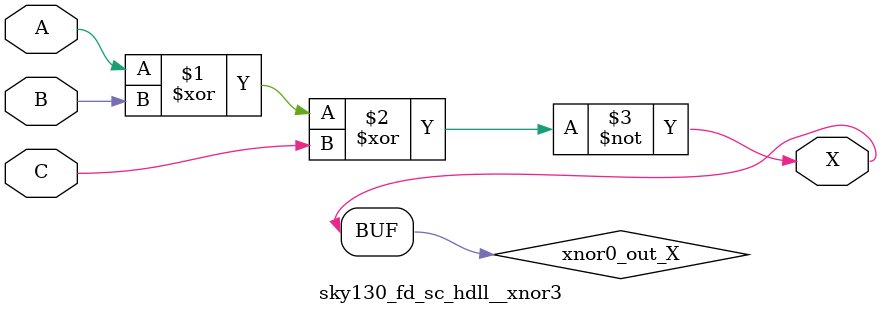
<source format=v>



module sky130_fd_sc_hdll__xnor3 (
    X,
    A,
    B,
    C
);

    output X;
    input  A;
    input  B;
    input  C;

    wire xnor0_out_X;

    xnor xnor0 (xnor0_out_X, A, B, C        );
    buf  buf0  (X          , xnor0_out_X    );

endmodule

</source>
